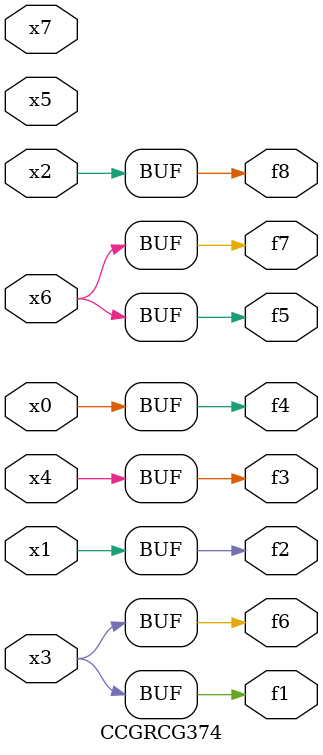
<source format=v>
module CCGRCG374(
	input x0, x1, x2, x3, x4, x5, x6, x7,
	output f1, f2, f3, f4, f5, f6, f7, f8
);
	assign f1 = x3;
	assign f2 = x1;
	assign f3 = x4;
	assign f4 = x0;
	assign f5 = x6;
	assign f6 = x3;
	assign f7 = x6;
	assign f8 = x2;
endmodule

</source>
